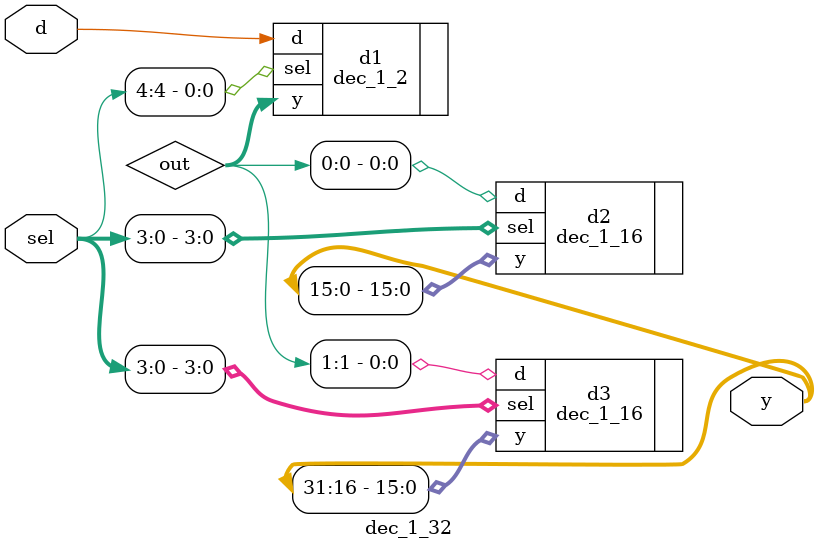
<source format=sv>
`timescale 1ns/10ps

module dec_1_32 (d, sel, y);
	input logic d;
	input logic [4:0] sel;
	output logic [31:0] y;
	
	logic [1:0] out;
	
	dec_1_2  d1 (.d(d), .sel(sel[4]), .y(out));
	dec_1_16 d2 (.d(out[0]), .sel(sel[3:0]), .y(y[15:0]));
	dec_1_16 d3 (.d(out[1]), .sel(sel[3:0]), .y(y[31:16]));
	
endmodule

</source>
